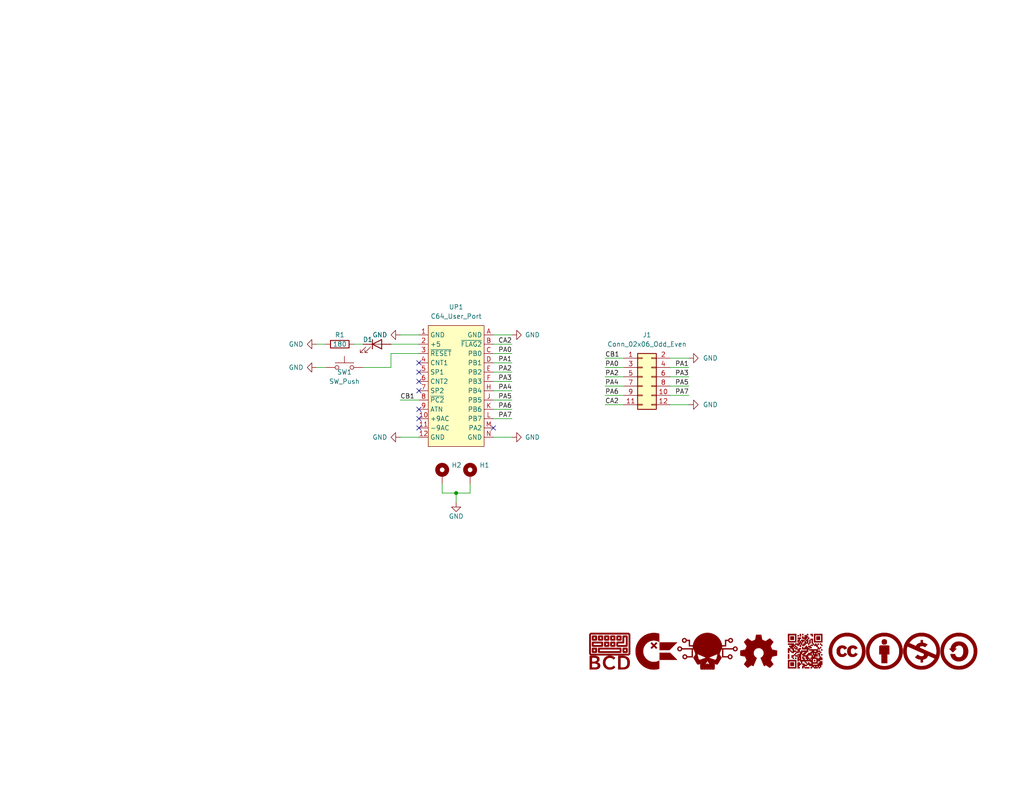
<source format=kicad_sch>
(kicad_sch (version 20211123) (generator eeschema)
  (paper "USLetter")
  (title_block (title "1541 Parallel Interface") (date "2022-03-27") (rev "1") (company "Beaupré Circuit Design") (comment 1 "https://github.com/Beaupre-Circuit-Design/"))
  (lib_symbols
    (symbol "BeaupreCircuitDesign:BCD_Logo" (pin_names (offset 1.016)))
    (symbol "BeaupreCircuitDesign:BDC_QR" (pin_names (offset 1.016)) (in_bom no))
    (symbol "BeaupreCircuitDesign:ChickenLips" (pin_names (offset 1.016)))
    (symbol "BeaupreCircuitDesign:OpenSource_Hardware" (pin_names (offset 1.016)))
    (symbol "BeaupreCircuitDesign:Skull" (pin_names (offset 1.016)))
    (symbol "C64_User_Port:C64_User_Port"
      (property "Reference" "UP" (at 3.81 1.27 0))
      (property "Value" "C64_User_Port" (at 10.16 -34.29 0))
      (symbol "C64_User_Port_1_1"
        (pin power_in line (at 0 -2.54 0) (length 2.54) (name "GND") (number "1"))
        (pin power_in line (at 0 -25.4 0) (length 2.54) (name "+9AC") (number "10"))
        (pin power_in line (at 0 -27.94 0) (length 2.54) (name "-9AC") (number "11"))
        (pin power_in line (at 0 -30.48 0) (length 2.54) (name "GND") (number "12"))
        (pin power_in line (at 0 -5.08 0) (length 2.54) (name "+5") (number "2"))
        (pin bidirectional line (at 0 -7.62 0) (length 2.54) (name "~{RESET}") (number "3"))
        (pin bidirectional line (at 0 -10.16 0) (length 2.54) (name "CNT1") (number "4"))
        (pin bidirectional line (at 0 -12.7 0) (length 2.54) (name "SP1") (number "5"))
        (pin bidirectional line (at 0 -15.24 0) (length 2.54) (name "CNT2") (number "6"))
        (pin bidirectional line (at 0 -17.78 0) (length 2.54) (name "SP2") (number "7"))
        (pin bidirectional line (at 0 -20.32 0) (length 2.54) (name "~{PC2}") (number "8"))
        (pin bidirectional line (at 0 -22.86 0) (length 2.54) (name "ATN") (number "9"))
        (pin power_in line (at 20.32 -2.54 180) (length 2.54) (name "GND") (number "A"))
        (pin bidirectional line (at 20.32 -5.08 180) (length 2.54) (name "~{FLAG2}") (number "B"))
        (pin bidirectional line (at 20.32 -7.62 180) (length 2.54) (name "PB0") (number "C"))
        (pin bidirectional line (at 20.32 -10.16 180) (length 2.54) (name "PB1") (number "D"))
        (pin bidirectional line (at 20.32 -12.7 180) (length 2.54) (name "PB2") (number "E"))
        (pin bidirectional line (at 20.32 -15.24 180) (length 2.54) (name "PB3") (number "F"))
        (pin bidirectional line (at 20.32 -17.78 180) (length 2.54) (name "PB4") (number "H"))
        (pin bidirectional line (at 20.32 -20.32 180) (length 2.54) (name "PB5") (number "J"))
        (pin bidirectional line (at 20.32 -22.86 180) (length 2.54) (name "PB6") (number "K"))
        (pin bidirectional line (at 20.32 -25.4 180) (length 2.54) (name "PB7") (number "L"))
        (pin bidirectional line (at 20.32 -27.94 180) (length 2.54) (name "PA2") (number "M"))
        (pin power_in line (at 20.32 -30.48 180) (length 2.54) (name "GND") (number "N"))
      )
    )
    (symbol "Connector_Generic:Conn_02x06_Odd_Even" (pin_names (offset 1.016) hide)
      (property "Reference" "J" (at 1.27 7.62 0))
      (property "Value" "Conn_02x06_Odd_Even" (at 1.27 -10.16 0))
      (symbol "Conn_02x06_Odd_Even_1_1"
        (pin passive line (at -5.08 5.08 0) (length 3.81) (name "Pin_1") (number "1"))
        (pin passive line (at 7.62 -5.08 180) (length 3.81) (name "Pin_10") (number "10"))
        (pin passive line (at -5.08 -7.62 0) (length 3.81) (name "Pin_11") (number "11"))
        (pin passive line (at 7.62 -7.62 180) (length 3.81) (name "Pin_12") (number "12"))
        (pin passive line (at 7.62 5.08 180) (length 3.81) (name "Pin_2") (number "2"))
        (pin passive line (at -5.08 2.54 0) (length 3.81) (name "Pin_3") (number "3"))
        (pin passive line (at 7.62 2.54 180) (length 3.81) (name "Pin_4") (number "4"))
        (pin passive line (at -5.08 0 0) (length 3.81) (name "Pin_5") (number "5"))
        (pin passive line (at 7.62 0 180) (length 3.81) (name "Pin_6") (number "6"))
        (pin passive line (at -5.08 -2.54 0) (length 3.81) (name "Pin_7") (number "7"))
        (pin passive line (at 7.62 -2.54 180) (length 3.81) (name "Pin_8") (number "8"))
        (pin passive line (at -5.08 -5.08 0) (length 3.81) (name "Pin_9") (number "9"))
      )
    )
    (symbol "CreativeCommons:CreativeCommons" (pin_names (offset 1.016)))
    (symbol "CreativeCommons:CreativeCommons_Attribution" (pin_names (offset 1.016)))
    (symbol "CreativeCommons:CreativeCommons_NonCommercial" (pin_names (offset 1.016)))
    (symbol "CreativeCommons:CreativeCommons_ShareAlike" (pin_names (offset 1.016)))
    (symbol "Device:LED" (pin_numbers hide) (pin_names (offset 1.016) hide)
      (property "Reference" "D" (at 0 2.54 0))
      (property "Value" "LED" (at 0 -2.54 0))
      (symbol "LED_1_1"
        (pin passive line (at -3.81 0 0) (length 2.54) (name "K") (number "1"))
        (pin passive line (at 3.81 0 180) (length 2.54) (name "A") (number "2"))
      )
    )
    (symbol "Device:R" (pin_numbers hide) (pin_names (offset 0))
      (property "Reference" "R" (at 2.032 0 90))
      (property "Value" "R" (at 0 0 90))
      (symbol "R_1_1"
        (pin passive line (at 0 3.81 270) (length 1.27) (name "~") (number "1"))
        (pin passive line (at 0 -3.81 90) (length 1.27) (name "~") (number "2"))
      )
    )
    (symbol "Mechanical:MountingHole_Pad" (pin_numbers hide) (pin_names (offset 1.016) hide)
      (property "Reference" "H" (at 0 6.35 0))
      (property "Value" "MountingHole_Pad" (at 0 4.445 0))
      (symbol "MountingHole_Pad_1_1"
        (pin input line (at 0 -2.54 90) (length 2.54) (name "1") (number "1"))
      )
    )
    (symbol "Switch:SW_Push" (pin_numbers hide) (pin_names (offset 1.016) hide)
      (property "Reference" "SW" (at 1.27 2.54 0))
      (property "Value" "SW_Push" (at 0 -1.524 0))
      (symbol "SW_Push_0_1"
        (pin passive line (at -5.08 0 0) (length 2.54) (name "1") (number "1"))
        (pin passive line (at 5.08 0 180) (length 2.54) (name "2") (number "2"))
      )
    )
    (symbol "power:GND" (power) (pin_names (offset 0))
      (property "Value" "GND" (at 0 -3.81 0))
      (symbol "GND_1_1"
        (pin power_in line (at 0 0 270) (length 0) hide (name "GND") (number "1"))
      )
    )
  )
  (junction (at 124.46 134.62))
  (no_connect (at 134.62 116.84))
  (no_connect (at 114.3 106.68))
  (no_connect (at 114.3 111.76))
  (no_connect (at 114.3 114.3))
  (no_connect (at 114.3 116.84))
  (no_connect (at 114.3 99.06))
  (no_connect (at 114.3 101.6))
  (no_connect (at 114.3 104.14))
  (wire (pts (xy 109.22 91.44) (xy 114.3 91.44)))
  (wire (pts (xy 109.22 119.38) (xy 114.3 119.38)))
  (wire (pts (xy 182.88 97.79) (xy 187.96 97.79)))
  (wire (pts (xy 165.1 105.41) (xy 170.18 105.41)))
  (wire (pts (xy 134.62 99.06) (xy 139.7 99.06)))
  (wire (pts (xy 120.65 134.62) (xy 124.46 134.62)))
  (wire (pts (xy 134.62 119.38) (xy 139.7 119.38)))
  (wire (pts (xy 134.62 114.3) (xy 139.7 114.3)))
  (wire (pts (xy 114.3 96.52) (xy 106.68 96.52)))
  (wire (pts (xy 124.46 134.62) (xy 128.27 134.62)))
  (wire (pts (xy 182.88 105.41) (xy 187.96 105.41)))
  (wire (pts (xy 165.1 110.49) (xy 170.18 110.49)))
  (wire (pts (xy 182.88 102.87) (xy 187.96 102.87)))
  (wire (pts (xy 134.62 91.44) (xy 139.7 91.44)))
  (wire (pts (xy 134.62 109.22) (xy 139.7 109.22)))
  (wire (pts (xy 165.1 100.33) (xy 170.18 100.33)))
  (wire (pts (xy 165.1 97.79) (xy 170.18 97.79)))
  (wire (pts (xy 86.36 93.98) (xy 88.9 93.98)))
  (wire (pts (xy 134.62 106.68) (xy 139.7 106.68)))
  (wire (pts (xy 182.88 110.49) (xy 187.96 110.49)))
  (wire (pts (xy 128.27 132.08) (xy 128.27 134.62)))
  (wire (pts (xy 134.62 101.6) (xy 139.7 101.6)))
  (wire (pts (xy 165.1 102.87) (xy 170.18 102.87)))
  (wire (pts (xy 106.68 100.33) (xy 99.06 100.33)))
  (wire (pts (xy 134.62 96.52) (xy 139.7 96.52)))
  (wire (pts (xy 182.88 100.33) (xy 187.96 100.33)))
  (wire (pts (xy 134.62 93.98) (xy 139.7 93.98)))
  (wire (pts (xy 86.36 100.33) (xy 88.9 100.33)))
  (wire (pts (xy 124.46 134.62) (xy 124.46 137.16)))
  (wire (pts (xy 182.88 107.95) (xy 187.96 107.95)))
  (wire (pts (xy 106.68 93.98) (xy 114.3 93.98)))
  (wire (pts (xy 134.62 104.14) (xy 139.7 104.14)))
  (wire (pts (xy 96.52 93.98) (xy 99.06 93.98)))
  (wire (pts (xy 109.22 109.22) (xy 114.3 109.22)))
  (wire (pts (xy 134.62 111.76) (xy 139.7 111.76)))
  (wire (pts (xy 120.65 132.08) (xy 120.65 134.62)))
  (wire (pts (xy 165.1 107.95) (xy 170.18 107.95)))
  (wire (pts (xy 106.68 96.52) (xy 106.68 100.33)))
  (label "PA7" (at 139.7 114.3 180))
  (label "PA1" (at 139.7 99.06 180))
  (label "CA2" (at 165.1 110.49 0))
  (label "PA4" (at 165.1 105.41 0))
  (label "PA2" (at 165.1 102.87 0))
  (label "PA0" (at 165.1 100.33 0))
  (label "PA3" (at 187.96 102.87 180))
  (label "CA2" (at 139.7 93.98 180))
  (label "PA7" (at 187.96 107.95 180))
  (label "PA1" (at 187.96 100.33 180))
  (label "CB1" (at 165.1 97.79 0))
  (label "PA5" (at 139.7 109.22 180))
  (label "PA3" (at 139.7 104.14 180))
  (label "PA0" (at 139.7 96.52 180))
  (label "PA6" (at 139.7 111.76 180))
  (label "PA6" (at 165.1 107.95 0))
  (label "CB1" (at 109.22 109.22 0))
  (label "PA2" (at 139.7 101.6 180))
  (label "PA4" (at 139.7 106.68 180))
  (label "PA5" (at 187.96 105.41 180))
  (symbol (lib_id "Switch:SW_Push") (at 93.98 100.33 0) (unit 1)
    (property "Reference" "SW1" (at 93.98 101.6 0))
    (property "Value" "SW_Push" (at 93.98 104.14 0))
    (property "Footprint" "Button_Switch_THT:SW_PUSH_6mm_H4.3mm" (effects hide))
    (property "Datasheet" "https://www.aliexpress.com/item/1005001806156574.html" (effects hide))
    (property "Description" "Micro-Switch 6x6mm" (effects hide))
    (property "AliExpress" "1005001806156574" (effects hide))
  )
  (symbol (lib_id "power:GND") (at 187.96 97.79 90) (unit 1)
    (property "Reference" "#PWR0101" (effects hide))
    (property "Value" "GND" (at 191.77 97.7899 90) (effects (justify right)))
  )
  (symbol (lib_id "C64_User_Port:C64_User_Port") (at 114.3 88.9 0) (unit 1)
    (property "Reference" "UP1" (at 124.46 83.82 0))
    (property "Value" "C64_User_Port" (at 124.46 86.36 0))
    (property "Footprint" "C64-User-Port:C64 User Port" (effects hide))
    (property "Datasheet" "https://www.aliexpress.com/item/1005001510970343.html" (effects hide))
    (property "AliExpress" "1005001510970343" (effects hide))
    (property "Description" "24 Pins 805 Series 3.96mm Pitch PCB Slot Solder Card Edge Connectors" (effects hide))
  )
  (symbol (lib_id "power:GND") (at 109.22 119.38 270) (unit 1)
    (property "Reference" "#PWR0108" (effects hide))
    (property "Value" "GND" (at 101.6 119.38 90) (effects (justify left)))
  )
  (symbol (lib_id "power:GND") (at 187.96 110.49 90) (unit 1)
    (property "Reference" "#PWR0102" (effects hide))
    (property "Value" "GND" (at 191.77 110.4899 90) (effects (justify right)))
  )
  (symbol (lib_id "power:GND") (at 124.46 137.16 0) (unit 1)
    (property "Reference" "#PWR0109" (effects hide))
    (property "Value" "GND" (at 124.46 140.97 0))
  )
  (symbol (lib_id "CreativeCommons:CreativeCommons") (at 231.14 177.8 0) (unit 1) (in_bom no)
    (property "Reference" "G5" (effects hide))
    (property "Value" "CreativeCommons" (effects hide))
    (property "Footprint" "Creative_Common:CreativeCommons_2.5mm" (effects hide))
  )
  (symbol (lib_id "power:GND") (at 86.36 93.98 270) (unit 1)
    (property "Reference" "#PWR0106" (effects hide))
    (property "Value" "GND" (at 78.74 93.98 90) (effects (justify left)))
  )
  (symbol (lib_id "BeaupreCircuitDesign:OpenSource_Hardware") (at 207.01 177.8 0) (unit 1) (in_bom no)
    (property "Reference" "G4" (effects hide))
    (property "Value" "OpenSource_Hardware" (effects hide))
    (property "Footprint" "BeaupreCircuitDesign:Open_Source_Hardware_2.5mm" (effects hide))
  )
  (symbol (lib_id "Device:R") (at 92.71 93.98 90) (unit 1)
    (property "Reference" "R1" (at 92.71 91.44 90))
    (property "Value" "180" (at 92.71 93.98 90))
    (property "Footprint" "Resistor_THT:R_Axial_DIN0207_L6.3mm_D2.5mm_P10.16mm_Horizontal" (effects hide))
    (property "Datasheet" "https://datasheet.lcsc.com/lcsc/1810161317_UNI-ROYAL-Uniroyal-Elec-MFR0W4F1800A50_C58665.pdf" (effects hide))
    (property "Description" "Metal Film Resistors 180Ω ±1% 250mW ±50ppm/℃ Axial Leaded Through Hole Resistors" (effects hide))
    (property "Manufacturer" "Uniroyal Elec" (effects hide))
    (property "Mfr.Part" "MFR0W4F1800A50" (effects hide))
    (property "LCSC" "C58665" (effects hide))
  )
  (symbol (lib_id "CreativeCommons:CreativeCommons_Attribution") (at 241.3 177.8 0) (unit 1) (in_bom no)
    (property "Reference" "G6" (effects hide))
    (property "Value" "CreativeCommons_Attribution" (effects hide))
    (property "Footprint" "Creative_Common:CreativeCommons_Attribution_2.5mm" (effects hide))
  )
  (symbol (lib_id "Mechanical:MountingHole_Pad") (at 128.27 129.54 0) (unit 1) (in_bom no)
    (property "Reference" "H1" (at 130.81 126.9999 0) (effects (justify left)))
    (property "Value" "MountingHole_Pad" (effects hide))
    (property "Footprint" "MountingHole:MountingHole_3.2mm_M3_Pad" (effects hide))
  )
  (symbol (lib_id "power:GND") (at 139.7 91.44 90) (unit 1)
    (property "Reference" "#PWR0103" (effects hide))
    (property "Value" "GND" (at 147.32 91.44 90) (effects (justify left)))
  )
  (symbol (lib_id "power:GND") (at 109.22 91.44 270) (unit 1)
    (property "Reference" "#PWR0105" (effects hide))
    (property "Value" "GND" (at 101.6 91.44 90) (effects (justify left)))
  )
  (symbol (lib_id "Connector_Generic:Conn_02x06_Odd_Even") (at 175.26 102.87 0) (unit 1)
    (property "Reference" "J1" (at 176.53 91.44 0))
    (property "Value" "Conn_02x06_Odd_Even" (at 176.53 93.98 0))
    (property "Footprint" "Connector_PinHeader_2.54mm:PinHeader_2x06_P2.54mm_Horizontal" (effects hide))
    (property "Datasheet" "https://datasheet.lcsc.com/lcsc/2003091512_XFCN-PZ254R-12-12P_C492434.pdf" (effects hide))
    (property "Description" "Shrouded Square Pins 2.5mm 6mm 2x6 Pin Headers Righ Angle" (effects hide))
    (property "LCSC" "C492434" (effects hide))
    (property "Manufacturer" "XFCN" (effects hide))
    (property "Mfr.Part" "PZ254R-12-12P" (effects hide))
  )
  (symbol (lib_id "CreativeCommons:CreativeCommons_NonCommercial") (at 251.46 177.8 0) (unit 1) (in_bom no)
    (property "Reference" "G7" (effects hide))
    (property "Value" "CreativeCommons_NonCommercial" (effects hide))
    (property "Footprint" "Creative_Common:CreativeCommons_NonCommercial_2.5mm" (effects hide))
  )
  (symbol (lib_id "BeaupreCircuitDesign:ChickenLips") (at 179.07 177.8 0) (unit 1) (in_bom no)
    (property "Reference" "G2" (effects hide))
    (property "Value" "ChickenLips" (effects hide))
    (property "Footprint" "BeaupreCircuitDesign:ChickenLips_2.5mm" (effects hide))
  )
  (symbol (lib_id "power:GND") (at 139.7 119.38 90) (unit 1)
    (property "Reference" "#PWR0104" (effects hide))
    (property "Value" "GND" (at 147.32 119.38 90) (effects (justify left)))
  )
  (symbol (lib_id "BeaupreCircuitDesign:BCD_Logo") (at 166.37 177.8 0) (unit 1) (in_bom no)
    (property "Reference" "G1" (effects hide))
    (property "Value" "BCD_Logo" (effects hide))
    (property "Footprint" "BeaupreCircuitDesign:BCD_Logo_5mm" (effects hide))
  )
  (symbol (lib_id "BeaupreCircuitDesign:Skull") (at 193.04 177.8 0) (unit 1) (in_bom no)
    (property "Reference" "G3" (effects hide))
    (property "Value" "Skull" (effects hide))
    (property "Footprint" "BeaupreCircuitDesign:Skull_2.5mm" (effects hide))
  )
  (symbol (lib_id "Mechanical:MountingHole_Pad") (at 120.65 129.54 0) (unit 1) (in_bom no)
    (property "Reference" "H2" (at 123.19 126.9999 0) (effects (justify left)))
    (property "Value" "MountingHole_Pad" (effects hide))
    (property "Footprint" "MountingHole:MountingHole_3.2mm_M3_Pad" (effects hide))
  )
  (symbol (lib_id "CreativeCommons:CreativeCommons_ShareAlike") (at 261.62 177.8 0) (unit 1) (in_bom no)
    (property "Reference" "G8" (effects hide))
    (property "Value" "CreativeCommons_ShareAlike" (effects hide))
    (property "Footprint" "Creative_Common:CreativeCommons_ShareAlike_2.5mm" (effects hide))
  )
  (symbol (lib_id "BeaupreCircuitDesign:BDC_QR") (at 219.71 177.8 0) (unit 1) (in_bom no)
    (property "Reference" "G9" (effects hide))
    (property "Value" "BDC_QR" (effects hide))
    (property "Footprint" "BeaupreCircuitDesign:BDC_QR_5mm" (effects hide))
  )
  (symbol (lib_id "power:GND") (at 86.36 100.33 270) (unit 1)
    (property "Reference" "#PWR0107" (effects hide))
    (property "Value" "GND" (at 78.74 100.33 90) (effects (justify left)))
  )
  (symbol (lib_id "Device:LED") (at 102.87 93.98 0) (unit 1)
    (property "Reference" "D1" (at 100.33 92.71 0))
    (property "Value" "LED" (effects hide))
    (property "Footprint" "LED_THT:LED_D5.0mm" (effects hide))
    (property "Datasheet" "https://datasheet.lcsc.com/lcsc/2109251830_PARALIGHT-L-513ID_C2895168.pdf" (effects hide))
    (property "Description" "Light Emitting Diodes Red Diffused 5mm 20mA/1.9V" (effects hide))
    (property "LCSC" "C2895168" (effects hide))
    (property "Manufacturer" "PARALIGHT" (effects hide))
    (property "Mfr.Part" "L-513ID" (effects hide))
  )
)
</source>
